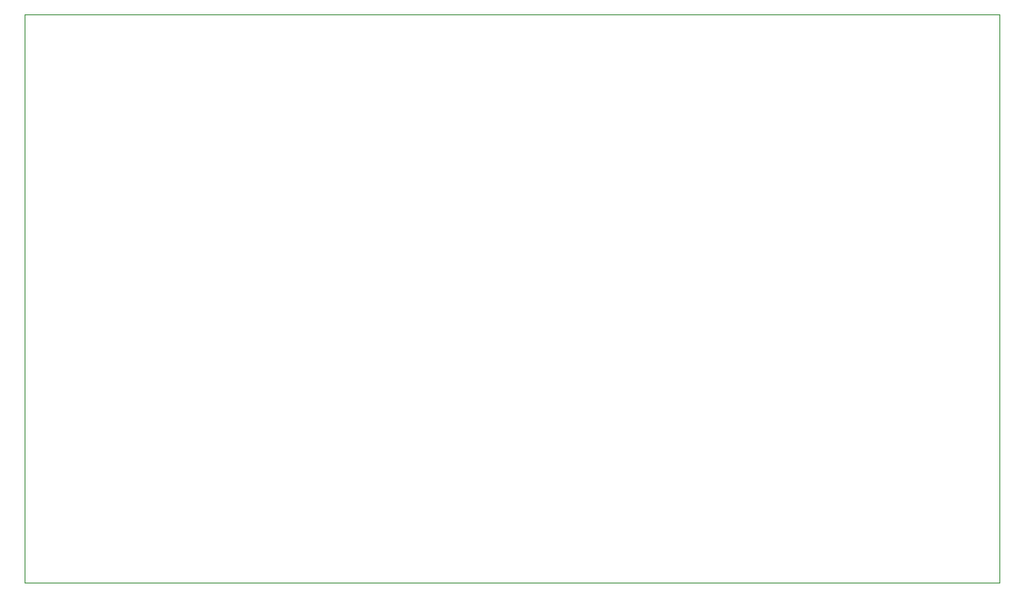
<source format=gbr>
%TF.GenerationSoftware,KiCad,Pcbnew,9.0.2*%
%TF.CreationDate,2025-06-28T19:25:42+02:00*%
%TF.ProjectId,Hackpad,4861636b-7061-4642-9e6b-696361645f70,rev?*%
%TF.SameCoordinates,Original*%
%TF.FileFunction,Profile,NP*%
%FSLAX46Y46*%
G04 Gerber Fmt 4.6, Leading zero omitted, Abs format (unit mm)*
G04 Created by KiCad (PCBNEW 9.0.2) date 2025-06-28 19:25:42*
%MOMM*%
%LPD*%
G01*
G04 APERTURE LIST*
%TA.AperFunction,Profile*%
%ADD10C,0.050000*%
%TD*%
G04 APERTURE END LIST*
D10*
X92100000Y-54800000D02*
X189500000Y-54800000D01*
X189500000Y-111600000D01*
X92100000Y-111600000D01*
X92100000Y-54800000D01*
M02*

</source>
